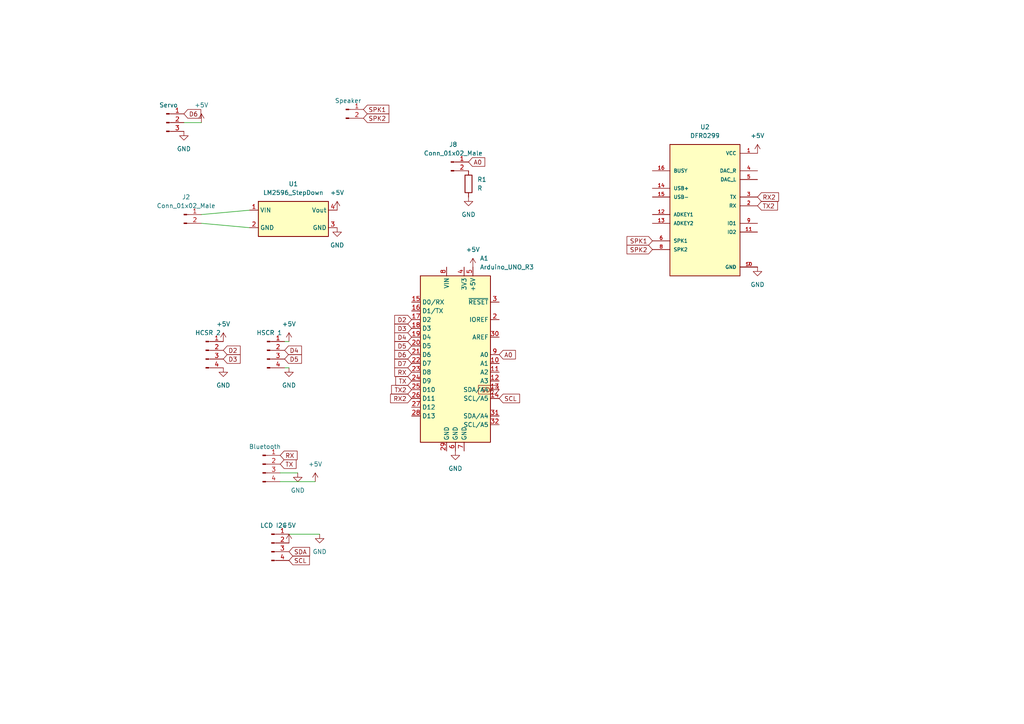
<source format=kicad_sch>
(kicad_sch (version 20211123) (generator eeschema)
  (paper "A4")
  (lib_symbols
    (symbol "Connector:Conn_01x02_Male" (pin_names (offset 1.016) hide)
      (property "Reference" "J" (at 0 2.54 0))
      (property "Value" "Conn_01x02_Male" (at 0 -5.08 0))
      (symbol "Conn_01x02_Male_1_1"
        (polyline (pts (xy 1.27 -2.54) (xy 0.8636 -2.54)) (stroke (width 0.1524)))
        (polyline (pts (xy 1.27 0) (xy 0.8636 0)) (stroke (width 0.1524)))
        (rectangle (start 0.8636 -2.413) (end 0 -2.667) (stroke (width 0.1524)) (fill (type outline)))
        (rectangle (start 0.8636 0.127) (end 0 -0.127) (stroke (width 0.1524)) (fill (type outline)))
        (pin passive line (at 5.08 0 180) (length 3.81) (name "Pin_1") (number "1"))
        (pin passive line (at 5.08 -2.54 180) (length 3.81) (name "Pin_2") (number "2"))
      )
    )
    (symbol "Connector:Conn_01x03_Male" (pin_names (offset 1.016) hide)
      (property "Reference" "J" (at 0 5.08 0))
      (property "Value" "Conn_01x03_Male" (at 0 -5.08 0))
      (symbol "Conn_01x03_Male_1_1"
        (polyline (pts (xy 1.27 -2.54) (xy 0.8636 -2.54)) (stroke (width 0.1524)))
        (polyline (pts (xy 1.27 0) (xy 0.8636 0)) (stroke (width 0.1524)))
        (polyline (pts (xy 1.27 2.54) (xy 0.8636 2.54)) (stroke (width 0.1524)))
        (rectangle (start 0.8636 -2.413) (end 0 -2.667) (stroke (width 0.1524)) (fill (type outline)))
        (rectangle (start 0.8636 0.127) (end 0 -0.127) (stroke (width 0.1524)) (fill (type outline)))
        (rectangle (start 0.8636 2.667) (end 0 2.413) (stroke (width 0.1524)) (fill (type outline)))
        (pin passive line (at 5.08 2.54 180) (length 3.81) (name "Pin_1") (number "1"))
        (pin passive line (at 5.08 0 180) (length 3.81) (name "Pin_2") (number "2"))
        (pin passive line (at 5.08 -2.54 180) (length 3.81) (name "Pin_3") (number "3"))
      )
    )
    (symbol "Connector:Conn_01x04_Male" (pin_names (offset 1.016) hide)
      (property "Reference" "J" (at 0 5.08 0))
      (property "Value" "Conn_01x04_Male" (at 0 -7.62 0))
      (symbol "Conn_01x04_Male_1_1"
        (polyline (pts (xy 1.27 -5.08) (xy 0.8636 -5.08)) (stroke (width 0.1524)))
        (polyline (pts (xy 1.27 -2.54) (xy 0.8636 -2.54)) (stroke (width 0.1524)))
        (polyline (pts (xy 1.27 0) (xy 0.8636 0)) (stroke (width 0.1524)))
        (polyline (pts (xy 1.27 2.54) (xy 0.8636 2.54)) (stroke (width 0.1524)))
        (rectangle (start 0.8636 -4.953) (end 0 -5.207) (stroke (width 0.1524)) (fill (type outline)))
        (rectangle (start 0.8636 -2.413) (end 0 -2.667) (stroke (width 0.1524)) (fill (type outline)))
        (rectangle (start 0.8636 0.127) (end 0 -0.127) (stroke (width 0.1524)) (fill (type outline)))
        (rectangle (start 0.8636 2.667) (end 0 2.413) (stroke (width 0.1524)) (fill (type outline)))
        (pin passive line (at 5.08 2.54 180) (length 3.81) (name "Pin_1") (number "1"))
        (pin passive line (at 5.08 0 180) (length 3.81) (name "Pin_2") (number "2"))
        (pin passive line (at 5.08 -2.54 180) (length 3.81) (name "Pin_3") (number "3"))
        (pin passive line (at 5.08 -5.08 180) (length 3.81) (name "Pin_4") (number "4"))
      )
    )
    (symbol "DFpalayer:DFR0299" (pin_names (offset 1.016))
      (property "Reference" "U" (at -10.16 18.542 0))
      (property "Value" "DFR0299" (at -10.16 -22.86 0))
      (symbol "DFR0299_0_0"
        (rectangle (start -10.16 -20.32) (end 10.16 17.78) (stroke (width 0.254)) (fill (type background)))
        (pin power_in line (at 15.24 15.24 180) (length 5.08) (name "VCC") (number "1"))
        (pin power_in line (at 15.24 -17.78 180) (length 5.08) (name "GND") (number "10"))
        (pin bidirectional line (at 15.24 -7.62 180) (length 5.08) (name "IO2") (number "11"))
        (pin input line (at -15.24 -2.54 0) (length 5.08) (name "ADKEY1") (number "12"))
        (pin input line (at -15.24 -5.08 0) (length 5.08) (name "ADKEY2") (number "13"))
        (pin input line (at -15.24 5.08 0) (length 5.08) (name "USB+") (number "14"))
        (pin input line (at -15.24 2.54 0) (length 5.08) (name "USB-") (number "15"))
        (pin input line (at -15.24 10.16 0) (length 5.08) (name "BUSY") (number "16"))
        (pin input line (at 15.24 0 180) (length 5.08) (name "RX") (number "2"))
        (pin output line (at 15.24 2.54 180) (length 5.08) (name "TX") (number "3"))
        (pin output line (at 15.24 10.16 180) (length 5.08) (name "DAC_R") (number "4"))
        (pin output line (at 15.24 7.62 180) (length 5.08) (name "DAC_L") (number "5"))
        (pin passive line (at -15.24 -10.16 0) (length 5.08) (name "SPK1") (number "6"))
        (pin power_in line (at 15.24 -17.78 180) (length 5.08) (name "GND") (number "7"))
        (pin passive line (at -15.24 -12.7 0) (length 5.08) (name "SPK2") (number "8"))
        (pin bidirectional line (at 15.24 -5.08 180) (length 5.08) (name "IO1") (number "9"))
      )
    )
    (symbol "Device:R" (pin_numbers hide) (pin_names (offset 0))
      (property "Reference" "R" (at 2.032 0 90))
      (property "Value" "R" (at 0 0 90))
      (symbol "R_0_1"
        (rectangle (start -1.016 -2.54) (end 1.016 2.54) (stroke (width 0.254)))
      )
      (symbol "R_1_1"
        (pin passive line (at 0 3.81 270) (length 1.27) (name "~") (number "1"))
        (pin passive line (at 0 -3.81 90) (length 1.27) (name "~") (number "2"))
      )
    )
    (symbol "LM2596:LM2596_StepDown"
      (property "Reference" "U" (at 0 0 0))
      (property "Value" "LM2596_StepDown" (at 0 6.35 0))
      (symbol "LM2596_StepDown_0_1"
        (rectangle (start -10.16 5.08) (end 10.16 -5.08) (stroke (width 0.254)) (fill (type background)))
      )
      (symbol "LM2596_StepDown_1_1"
        (pin power_in line (at -12.7 2.54 0) (length 2.54) (name "VIN") (number "1"))
        (pin input line (at -12.7 -2.54 0) (length 2.54) (name "GND") (number "2"))
        (pin output line (at 12.7 -2.54 180) (length 2.54) (name "GND") (number "3"))
        (pin input line (at 12.7 2.54 180) (length 2.54) (name "Vout") (number "4"))
      )
    )
    (symbol "MCU_Module:Arduino_UNO_R3"
      (property "Reference" "A" (at -10.16 23.495 0))
      (property "Value" "Arduino_UNO_R3" (at 5.08 -26.67 0))
      (symbol "Arduino_UNO_R3_0_1"
        (rectangle (start -10.16 22.86) (end 10.16 -25.4) (stroke (width 0.254)) (fill (type background)))
      )
      (symbol "Arduino_UNO_R3_1_1"
        (pin no_connect line (at -10.16 -20.32 0) (length 2.54) hide (name "NC") (number "1"))
        (pin bidirectional line (at 12.7 -2.54 180) (length 2.54) (name "A1") (number "10"))
        (pin bidirectional line (at 12.7 -5.08 180) (length 2.54) (name "A2") (number "11"))
        (pin bidirectional line (at 12.7 -7.62 180) (length 2.54) (name "A3") (number "12"))
        (pin bidirectional line (at 12.7 -10.16 180) (length 2.54) (name "SDA/A4") (number "13"))
        (pin bidirectional line (at 12.7 -12.7 180) (length 2.54) (name "SCL/A5") (number "14"))
        (pin bidirectional line (at -12.7 15.24 0) (length 2.54) (name "D0/RX") (number "15"))
        (pin bidirectional line (at -12.7 12.7 0) (length 2.54) (name "D1/TX") (number "16"))
        (pin bidirectional line (at -12.7 10.16 0) (length 2.54) (name "D2") (number "17"))
        (pin bidirectional line (at -12.7 7.62 0) (length 2.54) (name "D3") (number "18"))
        (pin bidirectional line (at -12.7 5.08 0) (length 2.54) (name "D4") (number "19"))
        (pin output line (at 12.7 10.16 180) (length 2.54) (name "IOREF") (number "2"))
        (pin bidirectional line (at -12.7 2.54 0) (length 2.54) (name "D5") (number "20"))
        (pin bidirectional line (at -12.7 0 0) (length 2.54) (name "D6") (number "21"))
        (pin bidirectional line (at -12.7 -2.54 0) (length 2.54) (name "D7") (number "22"))
        (pin bidirectional line (at -12.7 -5.08 0) (length 2.54) (name "D8") (number "23"))
        (pin bidirectional line (at -12.7 -7.62 0) (length 2.54) (name "D9") (number "24"))
        (pin bidirectional line (at -12.7 -10.16 0) (length 2.54) (name "D10") (number "25"))
        (pin bidirectional line (at -12.7 -12.7 0) (length 2.54) (name "D11") (number "26"))
        (pin bidirectional line (at -12.7 -15.24 0) (length 2.54) (name "D12") (number "27"))
        (pin bidirectional line (at -12.7 -17.78 0) (length 2.54) (name "D13") (number "28"))
        (pin power_in line (at -2.54 -27.94 90) (length 2.54) (name "GND") (number "29"))
        (pin input line (at 12.7 15.24 180) (length 2.54) (name "~{RESET}") (number "3"))
        (pin input line (at 12.7 5.08 180) (length 2.54) (name "AREF") (number "30"))
        (pin bidirectional line (at 12.7 -17.78 180) (length 2.54) (name "SDA/A4") (number "31"))
        (pin bidirectional line (at 12.7 -20.32 180) (length 2.54) (name "SCL/A5") (number "32"))
        (pin power_out line (at 2.54 25.4 270) (length 2.54) (name "3V3") (number "4"))
        (pin power_out line (at 5.08 25.4 270) (length 2.54) (name "+5V") (number "5"))
        (pin power_in line (at 0 -27.94 90) (length 2.54) (name "GND") (number "6"))
        (pin power_in line (at 2.54 -27.94 90) (length 2.54) (name "GND") (number "7"))
        (pin power_in line (at -2.54 25.4 270) (length 2.54) (name "VIN") (number "8"))
        (pin bidirectional line (at 12.7 0 180) (length 2.54) (name "A0") (number "9"))
      )
    )
    (symbol "power:+5V" (power) (pin_names (offset 0))
      (property "Value" "+5V" (at 0 3.556 0))
      (symbol "+5V_0_1"
        (polyline (pts (xy -0.762 1.27) (xy 0 2.54)))
        (polyline (pts (xy 0 0) (xy 0 2.54)))
        (polyline (pts (xy 0 2.54) (xy 0.762 1.27)))
      )
      (symbol "+5V_1_1"
        (pin power_in line (at 0 0 90) (length 0) hide (name "+5V") (number "1"))
      )
    )
    (symbol "power:GND" (power) (pin_names (offset 0))
      (property "Value" "GND" (at 0 -3.81 0))
      (symbol "GND_0_1"
        (polyline (pts (xy 0 0) (xy 0 -1.27) (xy 1.27 -1.27) (xy 0 -2.54) (xy -1.27 -1.27) (xy 0 -1.27)))
      )
      (symbol "GND_1_1"
        (pin power_in line (at 0 0 270) (length 0) hide (name "GND") (number "1"))
      )
    )
  )
  (wire (pts (xy 92.71 154.94) (xy 83.82 154.94)))
  (wire (pts (xy 58.42 64.77) (xy 72.39 66.04)))
  (wire (pts (xy 58.42 62.23) (xy 72.39 60.96)))
  (wire (pts (xy 58.42 35.56) (xy 53.34 35.56)))
  (wire (pts (xy 82.55 99.06) (xy 83.82 99.06)))
  (wire (pts (xy 82.55 106.68) (xy 83.82 106.68)))
  (wire (pts (xy 86.36 137.16) (xy 81.28 137.16)))
  (wire (pts (xy 91.44 139.7) (xy 81.28 139.7)))
  (global_label "D2" (shape input) (at 119.38 92.71 180) (property "Intersheet References" "${INTERSHEET_REFS}" (effects hide)))
  (global_label "TX" (shape input) (at 81.28 134.62 0) (property "Intersheet References" "${INTERSHEET_REFS}" (effects hide)))
  (global_label "RX" (shape input) (at 81.28 132.08 0) (property "Intersheet References" "${INTERSHEET_REFS}" (effects hide)))
  (global_label "RX2" (shape input) (at 119.38 115.57 180) (property "Intersheet References" "${INTERSHEET_REFS}" (effects hide)))
  (global_label "D6" (shape input) (at 53.34 33.02 0) (property "Intersheet References" "${INTERSHEET_REFS}" (effects hide)))
  (global_label "D5" (shape input) (at 82.55 104.14 0) (property "Intersheet References" "${INTERSHEET_REFS}" (effects hide)))
  (global_label "SCL" (shape input) (at 83.82 162.56 0) (property "Intersheet References" "${INTERSHEET_REFS}" (effects hide)))
  (global_label "SPK1" (shape input) (at 189.23 69.85 180) (property "Intersheet References" "${INTERSHEET_REFS}" (effects hide)))
  (global_label "SDA" (shape input) (at 144.78 113.03 180) (property "Intersheet References" "${INTERSHEET_REFS}" (effects hide)))
  (global_label "D2" (shape input) (at 64.77 101.6 0) (property "Intersheet References" "${INTERSHEET_REFS}" (effects hide)))
  (global_label "RX" (shape input) (at 119.38 107.95 180) (property "Intersheet References" "${INTERSHEET_REFS}" (effects hide)))
  (global_label "A0" (shape input) (at 135.89 46.99 0) (property "Intersheet References" "${INTERSHEET_REFS}" (effects hide)))
  (global_label "D7" (shape input) (at 119.38 105.41 180) (property "Intersheet References" "${INTERSHEET_REFS}" (effects hide)))
  (global_label "SPK1" (shape input) (at 105.41 31.75 0) (property "Intersheet References" "${INTERSHEET_REFS}" (effects hide)))
  (global_label "SCL" (shape input) (at 144.78 115.57 0) (property "Intersheet References" "${INTERSHEET_REFS}" (effects hide)))
  (global_label "D4" (shape input) (at 119.38 97.79 180) (property "Intersheet References" "${INTERSHEET_REFS}" (effects hide)))
  (global_label "RX2" (shape input) (at 219.71 57.15 0) (property "Intersheet References" "${INTERSHEET_REFS}" (effects hide)))
  (global_label "TX2" (shape input) (at 119.38 113.03 180) (property "Intersheet References" "${INTERSHEET_REFS}" (effects hide)))
  (global_label "TX2" (shape input) (at 219.71 59.69 0) (property "Intersheet References" "${INTERSHEET_REFS}" (effects hide)))
  (global_label "SDA" (shape input) (at 83.82 160.02 0) (property "Intersheet References" "${INTERSHEET_REFS}" (effects hide)))
  (global_label "D3" (shape input) (at 119.38 95.25 180) (property "Intersheet References" "${INTERSHEET_REFS}" (effects hide)))
  (global_label "TX" (shape input) (at 119.38 110.49 180) (property "Intersheet References" "${INTERSHEET_REFS}" (effects hide)))
  (global_label "D5" (shape input) (at 119.38 100.33 180) (property "Intersheet References" "${INTERSHEET_REFS}" (effects hide)))
  (global_label "D6" (shape input) (at 119.38 102.87 180) (property "Intersheet References" "${INTERSHEET_REFS}" (effects hide)))
  (global_label "SPK2" (shape input) (at 105.41 34.29 0) (property "Intersheet References" "${INTERSHEET_REFS}" (effects hide)))
  (global_label "SPK2" (shape input) (at 189.23 72.39 180) (property "Intersheet References" "${INTERSHEET_REFS}" (effects hide)))
  (global_label "A0" (shape input) (at 144.78 102.87 0) (property "Intersheet References" "${INTERSHEET_REFS}" (effects hide)))
  (global_label "D4" (shape input) (at 82.55 101.6 0) (property "Intersheet References" "${INTERSHEET_REFS}" (effects hide)))
  (global_label "D3" (shape input) (at 64.77 104.14 0) (property "Intersheet References" "${INTERSHEET_REFS}" (effects hide)))
  (symbol (lib_id "Device:R") (at 135.89 53.34 0) (unit 1)
    (property "Reference" "R1" (at 138.43 52.0699 0) (effects (justify left)))
    (property "Value" "R" (at 138.43 54.6099 0) (effects (justify left)))
    (property "Footprint" "Resistor_THT:R_Axial_DIN0207_L6.3mm_D2.5mm_P15.24mm_Horizontal" (effects hide))
  )
  (symbol (lib_id "power:+5V") (at 97.79 60.96 0) (unit 1)
    (property "Reference" "#PWR0101" (effects hide))
    (property "Value" "+5V" (at 97.79 55.88 0))
  )
  (symbol (lib_id "power:GND") (at 86.36 137.16 0) (unit 1)
    (property "Reference" "#PWR0113" (effects hide))
    (property "Value" "GND" (at 86.36 142.24 0))
  )
  (symbol (lib_id "Connector:Conn_01x02_Male") (at 100.33 31.75 0) (unit 1)
    (property "Reference" "J7" (effects hide))
    (property "Value" "Speaker" (at 100.965 29.21 0))
    (property "Footprint" "Connector_PinHeader_2.54mm:PinHeader_1x02_P2.54mm_Vertical" (effects hide))
  )
  (symbol (lib_id "MCU_Module:Arduino_UNO_R3") (at 132.08 102.87 0) (unit 1)
    (property "Reference" "A1" (at 139.1794 74.93 0) (effects (justify left)))
    (property "Value" "Arduino_UNO_R3" (at 139.1794 77.47 0) (effects (justify left)))
    (property "Footprint" "Module:Arduino_UNO_R3" (effects hide))
    (property "Datasheet" "https://www.arduino.cc/en/Main/arduinoBoardUno" (effects hide))
  )
  (symbol (lib_id "power:GND") (at 92.71 154.94 0) (unit 1)
    (property "Reference" "#PWR0115" (effects hide))
    (property "Value" "GND" (at 92.71 160.02 0))
  )
  (symbol (lib_id "power:GND") (at 135.89 57.15 0) (unit 1)
    (property "Reference" "#PWR0104" (effects hide))
    (property "Value" "GND" (at 135.89 62.23 0))
  )
  (symbol (lib_id "power:GND") (at 83.82 106.68 0) (unit 1)
    (property "Reference" "#PWR0117" (effects hide))
    (property "Value" "GND" (at 83.82 111.76 0))
  )
  (symbol (lib_id "DFpalayer:DFR0299") (at 204.47 59.69 0) (unit 1)
    (property "Reference" "U2" (at 204.47 36.83 0))
    (property "Value" "DFR0299" (at 204.47 39.37 0))
    (property "Footprint" "DFplayer:MODULE_DFR0299" (effects hide))
    (property "MF" "DFRobot" (effects hide))
    (property "DESCRIPTION" "Dfplayer - a Mini Mp3 Player" (effects hide))
    (property "PACKAGE" "None" (effects hide))
    (property "PRICE" "None" (effects hide))
    (property "MP" "DFR0299" (effects hide))
    (property "AVAILABILITY" "Unavailable" (effects hide))
  )
  (symbol (lib_id "Connector:Conn_01x04_Male") (at 77.47 101.6 0) (unit 1)
    (property "Reference" "J5" (effects hide))
    (property "Value" "HSCR 1" (at 78.105 96.52 0))
    (property "Footprint" "Connector_PinHeader_2.54mm:PinHeader_1x04_P2.54mm_Vertical" (effects hide))
  )
  (symbol (lib_id "power:+5V") (at 137.16 77.47 0) (unit 1)
    (property "Reference" "#PWR0103" (effects hide))
    (property "Value" "+5V" (at 137.16 72.39 0))
  )
  (symbol (lib_id "power:GND") (at 97.79 66.04 0) (unit 1)
    (property "Reference" "#PWR0102" (effects hide))
    (property "Value" "GND" (at 97.79 71.12 0))
  )
  (symbol (lib_id "power:GND") (at 53.34 38.1 0) (unit 1)
    (property "Reference" "#PWR0109" (effects hide))
    (property "Value" "GND" (at 53.34 43.18 0))
  )
  (symbol (lib_id "power:+5V") (at 64.77 99.06 0) (unit 1)
    (property "Reference" "#PWR0110" (effects hide))
    (property "Value" "+5V" (at 64.77 93.98 0))
  )
  (symbol (lib_id "power:+5V") (at 83.82 157.48 0) (unit 1)
    (property "Reference" "#PWR0114" (effects hide))
    (property "Value" "+5V" (at 83.82 152.4 0))
  )
  (symbol (lib_id "LM2596:LM2596_StepDown") (at 85.09 63.5 0) (unit 1)
    (property "Reference" "U1" (at 85.09 53.34 0))
    (property "Value" "LM2596_StepDown" (at 85.09 55.88 0))
    (property "Footprint" "LM2596:StepDown_LM2596" (effects hide))
  )
  (symbol (lib_id "Connector:Conn_01x04_Male") (at 59.69 101.6 0) (unit 1)
    (property "Reference" "J3" (effects hide))
    (property "Value" "HCSR 2" (at 60.325 96.52 0))
    (property "Footprint" "Connector_PinHeader_2.54mm:PinHeader_1x04_P2.54mm_Vertical" (effects hide))
  )
  (symbol (lib_id "Connector:Conn_01x04_Male") (at 76.2 134.62 0) (unit 1)
    (property "Reference" "J4" (effects hide))
    (property "Value" "Bluetooth" (at 76.835 129.54 0))
    (property "Footprint" "Connector_PinSocket_2.54mm:PinSocket_1x04_P2.54mm_Vertical" (effects hide))
  )
  (symbol (lib_id "Connector:Conn_01x04_Male") (at 78.74 157.48 0) (unit 1)
    (property "Reference" "J6" (effects hide))
    (property "Value" "LCD I2C" (at 79.375 152.4 0))
    (property "Footprint" "Connector_PinHeader_2.54mm:PinHeader_1x04_P2.54mm_Vertical" (effects hide))
  )
  (symbol (lib_id "power:+5V") (at 91.44 139.7 0) (unit 1)
    (property "Reference" "#PWR0112" (effects hide))
    (property "Value" "+5V" (at 91.44 134.62 0))
  )
  (symbol (lib_id "power:GND") (at 64.77 106.68 0) (unit 1)
    (property "Reference" "#PWR0111" (effects hide))
    (property "Value" "GND" (at 64.77 111.76 0))
  )
  (symbol (lib_id "Connector:Conn_01x02_Male") (at 130.81 46.99 0) (unit 1)
    (property "Reference" "J8" (at 131.445 41.91 0))
    (property "Value" "Conn_01x02_Male" (at 131.445 44.45 0))
    (property "Footprint" "LED_THT:LED_D3.0mm" (effects hide))
  )
  (symbol (lib_id "power:+5V") (at 219.71 44.45 0) (unit 1)
    (property "Reference" "#PWR0107" (effects hide))
    (property "Value" "+5V" (at 219.71 39.37 0))
  )
  (symbol (lib_id "Connector:Conn_01x02_Male") (at 53.34 62.23 0) (unit 1)
    (property "Reference" "J2" (at 53.975 57.15 0))
    (property "Value" "Conn_01x02_Male" (at 53.975 59.69 0))
    (property "Footprint" "TerminalBlock:TerminalBlock_Altech_AK300-2_P5.00mm" (effects hide))
  )
  (symbol (lib_id "power:+5V") (at 83.82 99.06 0) (unit 1)
    (property "Reference" "#PWR0116" (effects hide))
    (property "Value" "+5V" (at 83.82 93.98 0))
  )
  (symbol (lib_id "power:+5V") (at 58.42 35.56 0) (unit 1)
    (property "Reference" "#PWR0105" (effects hide))
    (property "Value" "+5V" (at 58.42 30.48 0))
  )
  (symbol (lib_id "Connector:Conn_01x03_Male") (at 48.26 35.56 0) (unit 1)
    (property "Reference" "J1" (effects hide))
    (property "Value" "Servo" (at 48.895 30.48 0))
    (property "Footprint" "Connector_PinHeader_2.54mm:PinHeader_1x03_P2.54mm_Vertical" (effects hide))
  )
  (symbol (lib_id "power:GND") (at 132.08 130.81 0) (unit 1)
    (property "Reference" "#PWR0106" (effects hide))
    (property "Value" "GND" (at 132.08 135.89 0))
  )
  (symbol (lib_id "power:GND") (at 219.71 77.47 0) (unit 1)
    (property "Reference" "#PWR0108" (effects hide))
    (property "Value" "GND" (at 219.71 82.55 0))
  )
)
</source>
